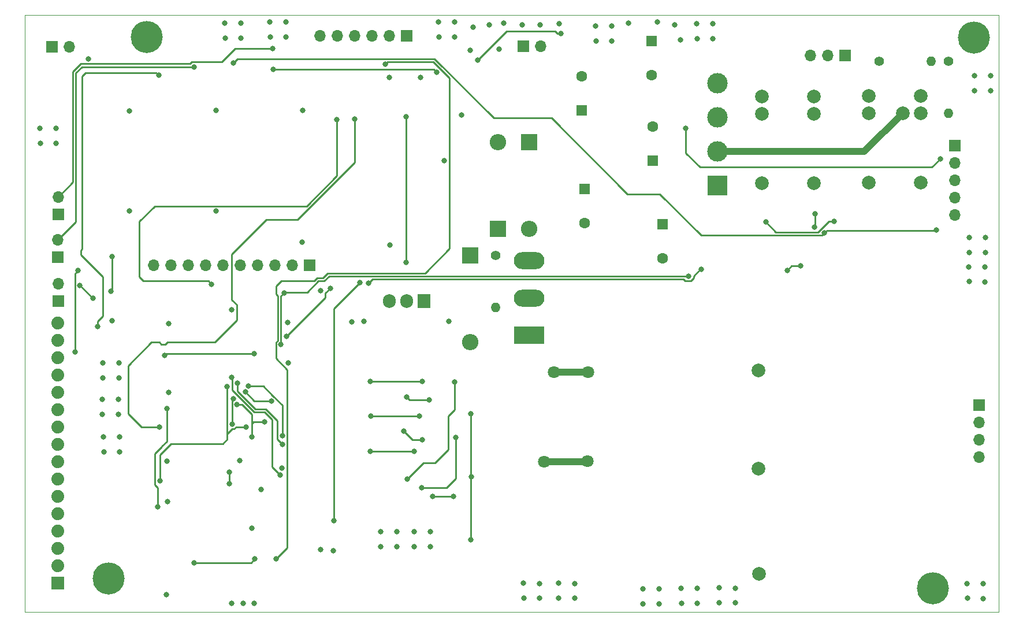
<source format=gbr>
%TF.GenerationSoftware,KiCad,Pcbnew,(6.0.0)*%
%TF.CreationDate,2022-07-07T17:58:35-06:00*%
%TF.ProjectId,Turbopump Controller,54757262-6f70-4756-9d70-20436f6e7472,rev?*%
%TF.SameCoordinates,Original*%
%TF.FileFunction,Copper,L4,Bot*%
%TF.FilePolarity,Positive*%
%FSLAX46Y46*%
G04 Gerber Fmt 4.6, Leading zero omitted, Abs format (unit mm)*
G04 Created by KiCad (PCBNEW (6.0.0)) date 2022-07-07 17:58:35*
%MOMM*%
%LPD*%
G01*
G04 APERTURE LIST*
%TA.AperFunction,Profile*%
%ADD10C,0.100000*%
%TD*%
%TA.AperFunction,ComponentPad*%
%ADD11R,1.700000X1.700000*%
%TD*%
%TA.AperFunction,ComponentPad*%
%ADD12O,1.700000X1.700000*%
%TD*%
%TA.AperFunction,ComponentPad*%
%ADD13C,4.700000*%
%TD*%
%TA.AperFunction,ComponentPad*%
%ADD14C,1.400000*%
%TD*%
%TA.AperFunction,ComponentPad*%
%ADD15O,1.400000X1.400000*%
%TD*%
%TA.AperFunction,ComponentPad*%
%ADD16R,1.905000X2.000000*%
%TD*%
%TA.AperFunction,ComponentPad*%
%ADD17O,1.905000X2.000000*%
%TD*%
%TA.AperFunction,ComponentPad*%
%ADD18R,1.600000X1.600000*%
%TD*%
%TA.AperFunction,ComponentPad*%
%ADD19C,1.600000*%
%TD*%
%TA.AperFunction,ComponentPad*%
%ADD20R,2.400000X2.400000*%
%TD*%
%TA.AperFunction,ComponentPad*%
%ADD21O,2.400000X2.400000*%
%TD*%
%TA.AperFunction,ComponentPad*%
%ADD22R,4.500000X2.500000*%
%TD*%
%TA.AperFunction,ComponentPad*%
%ADD23O,4.500000X2.500000*%
%TD*%
%TA.AperFunction,ComponentPad*%
%ADD24R,1.879600X1.879600*%
%TD*%
%TA.AperFunction,ComponentPad*%
%ADD25C,1.879600*%
%TD*%
%TA.AperFunction,ComponentPad*%
%ADD26C,2.000000*%
%TD*%
%TA.AperFunction,ComponentPad*%
%ADD27R,3.000000X3.000000*%
%TD*%
%TA.AperFunction,ComponentPad*%
%ADD28C,3.000000*%
%TD*%
%TA.AperFunction,ViaPad*%
%ADD29C,0.800000*%
%TD*%
%TA.AperFunction,ViaPad*%
%ADD30C,2.000000*%
%TD*%
%TA.AperFunction,ViaPad*%
%ADD31C,1.800000*%
%TD*%
%TA.AperFunction,Conductor*%
%ADD32C,0.250000*%
%TD*%
%TA.AperFunction,Conductor*%
%ADD33C,1.000000*%
%TD*%
G04 APERTURE END LIST*
D10*
X92870000Y-53320000D02*
X235620000Y-53320000D01*
X235620000Y-53320000D02*
X235620000Y-140720000D01*
X235620000Y-140720000D02*
X92870000Y-140720000D01*
X92870000Y-140720000D02*
X92870000Y-53320000D01*
D11*
%TO.P,SW1,1,A*%
%TO.N,GND*%
X97775000Y-95170000D03*
D12*
%TO.P,SW1,2,B*%
%TO.N,Net-(SW1-Pad2)*%
X97775000Y-92630000D03*
%TD*%
D13*
%TO.P,REF\u002A\u002A,1*%
%TO.N,N/C*%
X232030000Y-56630000D03*
%TD*%
D14*
%TO.P,R1,1*%
%TO.N,Net-(C1-Pad1)*%
X218150000Y-60050000D03*
D15*
%TO.P,R1,2*%
%TO.N,Net-(C5-Pad1)*%
X225770000Y-60050000D03*
%TD*%
D11*
%TO.P,J1,1,Pin_1*%
%TO.N,Net-(J1-Pad1)*%
X213085000Y-59205000D03*
D12*
%TO.P,J1,2,Pin_2*%
%TO.N,Net-(J1-Pad2)*%
X210545000Y-59205000D03*
%TO.P,J1,3,Pin_3*%
%TO.N,Net-(J1-Pad3)*%
X208005000Y-59205000D03*
%TD*%
D13*
%TO.P,REF\u002A\u002A,1*%
%TO.N,N/C*%
X110750000Y-56510000D03*
%TD*%
D11*
%TO.P,J4,1,Pin_1*%
%TO.N,Net-(J4-Pad1)*%
X96890000Y-57979000D03*
D12*
%TO.P,J4,2,Pin_2*%
%TO.N,+5V*%
X99430000Y-57979000D03*
%TD*%
D16*
%TO.P,U6,1,VI*%
%TO.N,Net-(C6-Pad1)*%
X151370000Y-95205000D03*
D17*
%TO.P,U6,2,GND*%
%TO.N,GND*%
X148830000Y-95205000D03*
%TO.P,U6,3,VO*%
%TO.N,+15V*%
X146290000Y-95205000D03*
%TD*%
D18*
%TO.P,C1,1*%
%TO.N,Net-(C1-Pad1)*%
X184930000Y-74662651D03*
D19*
%TO.P,C1,2*%
%TO.N,GND*%
X184930000Y-69662651D03*
%TD*%
D20*
%TO.P,D2,1,K*%
%TO.N,Net-(C1-Pad1)*%
X166800000Y-71960000D03*
D21*
%TO.P,D2,2,A*%
%TO.N,Net-(D2-Pad2)*%
X166800000Y-84660000D03*
%TD*%
D11*
%TO.P,J6,1,Pin_1*%
%TO.N,GND*%
X148880000Y-56340000D03*
D12*
%TO.P,J6,2,Pin_2*%
%TO.N,Net-(C30-Pad1)*%
X146340000Y-56340000D03*
%TO.P,J6,3,Pin_3*%
%TO.N,Net-(J6-Pad3)*%
X143800000Y-56340000D03*
%TO.P,J6,4,Pin_4*%
%TO.N,Net-(J6-Pad4)*%
X141260000Y-56340000D03*
%TO.P,J6,5,Pin_5*%
%TO.N,Net-(J6-Pad5)*%
X138720000Y-56340000D03*
%TO.P,J6,6,Pin_6*%
%TO.N,Net-(J6-Pad6)*%
X136180000Y-56340000D03*
%TD*%
D11*
%TO.P,SW3,1,A*%
%TO.N,GND*%
X97750000Y-88770000D03*
D12*
%TO.P,SW3,2,B*%
%TO.N,Net-(SW3-Pad2)*%
X97750000Y-86230000D03*
%TD*%
D11*
%TO.P,J7,1,Pin_1*%
%TO.N,Net-(J7-Pad1)*%
X134650000Y-89925000D03*
D12*
%TO.P,J7,2,Pin_2*%
%TO.N,Net-(J7-Pad2)*%
X132110000Y-89925000D03*
%TO.P,J7,3,Pin_3*%
%TO.N,Net-(J7-Pad3)*%
X129570000Y-89925000D03*
%TO.P,J7,4,Pin_4*%
%TO.N,Net-(J7-Pad4)*%
X127030000Y-89925000D03*
%TO.P,J7,5,Pin_5*%
%TO.N,Net-(J7-Pad5)*%
X124490000Y-89925000D03*
%TO.P,J7,6,Pin_6*%
%TO.N,Net-(J7-Pad6)*%
X121950000Y-89925000D03*
%TO.P,J7,7,Pin_7*%
%TO.N,Net-(J7-Pad7)*%
X119410000Y-89925000D03*
%TO.P,J7,8,Pin_8*%
%TO.N,Net-(J7-Pad8)*%
X116870000Y-89925000D03*
%TO.P,J7,9,Pin_9*%
%TO.N,Net-(J7-Pad9)*%
X114330000Y-89925000D03*
%TO.P,J7,10,Pin_10*%
%TO.N,Net-(J7-Pad10)*%
X111790000Y-89925000D03*
%TD*%
D22*
%TO.P,Q3,1,D*%
%TO.N,Net-(C1-Pad1)*%
X166795000Y-100210000D03*
D23*
%TO.P,Q3,2,S*%
%TO.N,GND*%
X166795000Y-94760000D03*
%TO.P,Q3,3,G*%
%TO.N,Net-(D6-Pad2)*%
X166795000Y-89310000D03*
%TD*%
D11*
%TO.P,J3,1,Pin_1*%
%TO.N,GND*%
X229205000Y-72430000D03*
D12*
%TO.P,J3,2,Pin_2*%
%TO.N,Net-(D10-Pad3)*%
X229205000Y-74970000D03*
%TO.P,J3,3,Pin_3*%
%TO.N,Net-(J3-Pad3)*%
X229205000Y-77510000D03*
%TO.P,J3,4,Pin_4*%
%TO.N,Net-(C5-Pad1)*%
X229205000Y-80050000D03*
%TO.P,J3,5,Pin_5*%
%TO.N,+5V*%
X229205000Y-82590000D03*
%TD*%
D14*
%TO.P,R4,1*%
%TO.N,Net-(C5-Pad1)*%
X228230000Y-60050000D03*
D15*
%TO.P,R4,2*%
%TO.N,Net-(C5-Pad2)*%
X228230000Y-67670000D03*
%TD*%
D11*
%TO.P,SW2,1,A*%
%TO.N,GND*%
X97765000Y-82480000D03*
D12*
%TO.P,SW2,2,B*%
%TO.N,Net-(SW2-Pad2)*%
X97765000Y-79940000D03*
%TD*%
D11*
%TO.P,J2,1,Pin_1*%
%TO.N,Net-(D10-Pad4)*%
X165950000Y-57885000D03*
D12*
%TO.P,J2,2,Pin_2*%
%TO.N,Net-(D10-Pad3)*%
X168490000Y-57885000D03*
%TD*%
D18*
%TO.P,C4,1*%
%TO.N,Net-(C1-Pad1)*%
X174540000Y-67262651D03*
D19*
%TO.P,C4,2*%
%TO.N,GND*%
X174540000Y-62262651D03*
%TD*%
D24*
%TO.P,U12,1,RST*%
%TO.N,unconnected-(U12-Pad1)*%
X97750000Y-136500000D03*
D25*
%TO.P,U12,2,RX*%
%TO.N,unconnected-(U12-Pad2)*%
X97750000Y-133960000D03*
%TO.P,U12,3,GND*%
%TO.N,unconnected-(U12-Pad3)*%
X97750000Y-131420000D03*
%TO.P,U12,4,3.3V*%
%TO.N,unconnected-(U12-Pad4)*%
X97750000Y-128880000D03*
%TO.P,U12,5,GND*%
%TO.N,GND*%
X97750000Y-126340000D03*
%TO.P,U12,6,RAW*%
%TO.N,Net-(U12-Pad6)*%
X97750000Y-123800000D03*
%TO.P,U12,7,DA*%
%TO.N,unconnected-(U12-Pad7)*%
X97750000Y-121260000D03*
%TO.P,U12,8,CL*%
%TO.N,unconnected-(U12-Pad8)*%
X97750000Y-118720000D03*
%TO.P,U12,9,TX0*%
%TO.N,unconnected-(U12-Pad9)*%
X97750000Y-116180000D03*
%TO.P,U12,10,RXI*%
%TO.N,unconnected-(U12-Pad10)*%
X97750000Y-113640000D03*
%TO.P,U12,11,\u005CCS*%
%TO.N,Net-(U12-Pad11)*%
X97750000Y-111100000D03*
%TO.P,U12,12,SDI*%
%TO.N,Net-(U12-Pad12)*%
X97750000Y-108560000D03*
%TO.P,U12,13,SDO*%
%TO.N,Net-(U12-Pad13)*%
X97750000Y-106020000D03*
%TO.P,U12,14,SCK*%
%TO.N,Net-(U12-Pad14)*%
X97750000Y-103482540D03*
%TO.P,U12,15,R*%
%TO.N,unconnected-(U12-Pad15)*%
X97750000Y-100942540D03*
%TO.P,U12,16,TX*%
%TO.N,unconnected-(U12-Pad16)*%
X97750000Y-98402540D03*
%TD*%
D13*
%TO.P,REF\u002A\u002A,1*%
%TO.N,N/C*%
X105150000Y-135830000D03*
%TD*%
D26*
%TO.P,K1,11*%
%TO.N,Net-(J1-Pad1)*%
X216580000Y-67730000D03*
%TO.P,K1,12*%
%TO.N,Net-(D1-Pad2)*%
X224200000Y-67730000D03*
%TO.P,K1,13*%
%TO.N,N/C*%
X216580000Y-65190000D03*
%TO.P,K1,14*%
%TO.N,unconnected-(K1-Pad14)*%
X224200000Y-65190000D03*
%TO.P,K1,A1*%
%TO.N,Net-(D3-Pad1)*%
X216580000Y-77890000D03*
%TO.P,K1,A2*%
%TO.N,Net-(D3-Pad2)*%
X224200000Y-77890000D03*
%TD*%
D14*
%TO.P,R7,1*%
%TO.N,Net-(D6-Pad2)*%
X161910000Y-88540000D03*
D15*
%TO.P,R7,2*%
%TO.N,GND*%
X161910000Y-96160000D03*
%TD*%
D18*
%TO.P,C2,1*%
%TO.N,Net-(C1-Pad1)*%
X186390000Y-83917349D03*
D19*
%TO.P,C2,2*%
%TO.N,GND*%
X186390000Y-88917349D03*
%TD*%
D20*
%TO.P,D7,1,K*%
%TO.N,Net-(D6-Pad2)*%
X158170000Y-88520000D03*
D21*
%TO.P,D7,2,A*%
%TO.N,GND*%
X158170000Y-101220000D03*
%TD*%
D18*
%TO.P,C6,1*%
%TO.N,Net-(C6-Pad1)*%
X184740000Y-57137349D03*
D19*
%TO.P,C6,2*%
%TO.N,GND*%
X184740000Y-62137349D03*
%TD*%
D13*
%TO.P,REF\u002A\u002A,1*%
%TO.N,N/C*%
X225970000Y-137290000D03*
%TD*%
D18*
%TO.P,C3,1*%
%TO.N,Net-(C1-Pad1)*%
X174890000Y-78817349D03*
D19*
%TO.P,C3,2*%
%TO.N,GND*%
X174890000Y-83817349D03*
%TD*%
D20*
%TO.P,D5,1,K*%
%TO.N,Net-(D2-Pad2)*%
X162240000Y-84640000D03*
D21*
%TO.P,D5,2,A*%
%TO.N,Net-(D5-Pad2)*%
X162240000Y-71940000D03*
%TD*%
D11*
%TO.P,J5,1,Pin_1*%
%TO.N,Net-(J5-Pad1)*%
X232755000Y-110410000D03*
D12*
%TO.P,J5,2,Pin_2*%
%TO.N,Net-(J5-Pad2)*%
X232755000Y-112950000D03*
%TO.P,J5,3,Pin_3*%
%TO.N,Net-(J5-Pad3)*%
X232755000Y-115490000D03*
%TO.P,J5,4,Pin_4*%
%TO.N,GND*%
X232755000Y-118030000D03*
%TD*%
D26*
%TO.P,K2,11*%
%TO.N,Net-(D1-Pad3)*%
X200930000Y-67780000D03*
%TO.P,K2,12*%
%TO.N,Net-(J1-Pad2)*%
X208550000Y-67780000D03*
%TO.P,K2,13*%
%TO.N,N/C*%
X200930000Y-65240000D03*
%TO.P,K2,14*%
%TO.N,Net-(J1-Pad3)*%
X208550000Y-65240000D03*
%TO.P,K2,A1*%
%TO.N,Net-(D3-Pad1)*%
X200930000Y-77940000D03*
%TO.P,K2,A2*%
%TO.N,Net-(D4-Pad2)*%
X208550000Y-77940000D03*
%TD*%
D27*
%TO.P,D1,1,+*%
%TO.N,Net-(C1-Pad1)*%
X194387500Y-78307500D03*
D28*
%TO.P,D1,2*%
%TO.N,Net-(D1-Pad2)*%
X194387500Y-73307500D03*
%TO.P,D1,3*%
%TO.N,Net-(D1-Pad3)*%
X194387500Y-68307500D03*
%TO.P,D1,4,-*%
%TO.N,GND*%
X194387500Y-63307500D03*
%TD*%
D29*
%TO.N,GND*%
X191390000Y-54590000D03*
X191420000Y-56770000D03*
X146300000Y-62440000D03*
X233660000Y-85910000D03*
X233660000Y-88100000D03*
X231010000Y-136570000D03*
X138140000Y-131760000D03*
X113940000Y-98470000D03*
X189100000Y-137300000D03*
X131500000Y-104300000D03*
X171150000Y-138740000D03*
X124880000Y-139480000D03*
X171190000Y-54590000D03*
X194670000Y-137240000D03*
X146360000Y-87010000D03*
X155920000Y-56530000D03*
X168390000Y-54740000D03*
X108180000Y-81970000D03*
X189130000Y-139480000D03*
X163060000Y-54470000D03*
X113840000Y-124570000D03*
X131450000Y-98310000D03*
X113700000Y-118670000D03*
X234420000Y-62190000D03*
X231260000Y-90170000D03*
X185830000Y-137370000D03*
X130550000Y-119660000D03*
D30*
X200420000Y-119760000D03*
D29*
X147380000Y-131180000D03*
X140790000Y-98280000D03*
X153580000Y-56510000D03*
X153550000Y-54330000D03*
X123220000Y-96490000D03*
X104330000Y-104290000D03*
X185830000Y-139560000D03*
X233630000Y-90180000D03*
X104270000Y-111810000D03*
X178950000Y-54910000D03*
X193760000Y-54600000D03*
X106610000Y-109640000D03*
X97480000Y-72110000D03*
X136220000Y-93650000D03*
X124590000Y-54520000D03*
X234420000Y-64380000D03*
X122220000Y-54510000D03*
X128800000Y-54330000D03*
X97480000Y-69920000D03*
X233630000Y-92370000D03*
D30*
X200520000Y-135150000D03*
D29*
X95140000Y-72090000D03*
X183460000Y-137360000D03*
X149940000Y-129010000D03*
X124410000Y-118540000D03*
X171120000Y-136560000D03*
X123230000Y-139500000D03*
X231040000Y-138750000D03*
X156870000Y-67980000D03*
X181360000Y-54510000D03*
X120880000Y-82030000D03*
X197040000Y-137250000D03*
X194700000Y-139420000D03*
X106610000Y-111830000D03*
X183490000Y-139540000D03*
X231290000Y-92350000D03*
X120880000Y-67300000D03*
X106700000Y-104300000D03*
X131170000Y-54340000D03*
X165810000Y-54700000D03*
X193760000Y-56790000D03*
X176610000Y-57080000D03*
X160990000Y-54710000D03*
X102160000Y-59690000D03*
X113640000Y-138250000D03*
X185560000Y-54340000D03*
X133540000Y-86556940D03*
X133580000Y-67290000D03*
X232080000Y-64360000D03*
X165980000Y-136560000D03*
X176580000Y-54900000D03*
X189010000Y-56940000D03*
X124590000Y-56710000D03*
X150910000Y-62400000D03*
X168350000Y-136570000D03*
X104430000Y-115110000D03*
X126520000Y-139500000D03*
X95110000Y-69910000D03*
X145040000Y-131160000D03*
X113974500Y-108560000D03*
X105650000Y-98060000D03*
X155920000Y-54340000D03*
X147380000Y-128990000D03*
X158580000Y-55050000D03*
X162420000Y-58290000D03*
X145010000Y-128980000D03*
X152310000Y-129020000D03*
X191470000Y-137310000D03*
X106800000Y-115120000D03*
X158170000Y-58500000D03*
D30*
X200450000Y-105340000D03*
D29*
X142630000Y-98160000D03*
X233380000Y-138770000D03*
X104460000Y-117290000D03*
X122250000Y-56690000D03*
X104240000Y-109630000D03*
X131170000Y-56530000D03*
X127520000Y-122810000D03*
X106700000Y-106490000D03*
X154315500Y-74610000D03*
X108180000Y-67340000D03*
X232050000Y-62180000D03*
X231320000Y-88080000D03*
X233380000Y-136580000D03*
X168350000Y-138760000D03*
X106800000Y-117310000D03*
X152310000Y-131210000D03*
X188110000Y-54760000D03*
X173490000Y-138760000D03*
X136280000Y-131620000D03*
X178950000Y-57100000D03*
X155060000Y-98200000D03*
X197040000Y-139440000D03*
X231290000Y-85900000D03*
X126170000Y-128440000D03*
X173490000Y-136570000D03*
X104360000Y-106470000D03*
X149970000Y-131190000D03*
X191470000Y-139500000D03*
X128830000Y-56510000D03*
X166010000Y-138740000D03*
%TO.N,Net-(C6-Pad1)*%
X159280000Y-59870000D03*
X171440000Y-55980000D03*
%TO.N,+5V*%
X126520000Y-102940000D03*
X113710000Y-110990000D03*
X130880000Y-93980000D03*
X113390000Y-103190000D03*
X112360000Y-125360000D03*
X204640000Y-90680000D03*
X190180000Y-91560000D03*
X206610000Y-90060000D03*
X130420000Y-101570000D03*
%TO.N,+15V*%
X143260000Y-92580000D03*
X137650000Y-93320000D03*
X131280000Y-100380000D03*
X192040000Y-90530000D03*
D31*
%TO.N,Net-(C15-Pad2)*%
X170440000Y-105610000D03*
X175420000Y-105590000D03*
D29*
X152130000Y-109660000D03*
X148860000Y-109230000D03*
D31*
%TO.N,Net-(C18-Pad2)*%
X175390000Y-118650000D03*
D29*
X151150000Y-115490000D03*
X148460000Y-114220000D03*
D31*
X169020000Y-118750000D03*
D29*
%TO.N,Net-(C30-Pad1)*%
X148810000Y-68190000D03*
X138150000Y-127380000D03*
X148810000Y-89500000D03*
X142000000Y-92490000D03*
%TO.N,Net-(D10-Pad3)*%
X153252701Y-61697299D03*
X129290000Y-61220000D03*
X189770000Y-69910000D03*
X227070000Y-74340000D03*
%TO.N,Net-(J3-Pad3)*%
X123450000Y-60300000D03*
X210040000Y-85250000D03*
X226462300Y-84782300D03*
%TO.N,Net-(J6-Pad3)*%
X129760000Y-132940000D03*
X145760000Y-60480000D03*
%TO.N,Net-(J6-Pad4)*%
X141200000Y-68500000D03*
X112610000Y-113660000D03*
%TO.N,Net-(J6-Pad5)*%
X138640000Y-68650000D03*
X120220000Y-92710000D03*
D30*
%TO.N,Net-(D1-Pad2)*%
X221540000Y-67650000D03*
D29*
%TO.N,Net-(Q2-Pad1)*%
X208680000Y-82440000D03*
X208670000Y-84400000D03*
%TO.N,Net-(R8-Pad1)*%
X130644511Y-114930000D03*
X125695819Y-107677872D03*
%TO.N,Net-(U12-Pad13)*%
X100720000Y-90710000D03*
X100240000Y-102650000D03*
%TO.N,Net-(U12-Pad11)*%
X105478531Y-93726000D03*
X105650000Y-88710000D03*
%TO.N,Net-(SW1-Pad2)*%
X102855500Y-94800000D03*
X100964500Y-92910000D03*
%TO.N,Net-(SW2-Pad2)*%
X129230000Y-58230000D03*
%TO.N,Net-(SW3-Pad2)*%
X117690000Y-60875511D03*
%TO.N,Net-(U12-Pad6)*%
X112490000Y-62140000D03*
X103590000Y-98900000D03*
%TO.N,Net-(U11-Pad2)*%
X123270000Y-113200000D03*
X123432775Y-109547070D03*
%TO.N,Net-(U11-Pad5)*%
X122840000Y-120270000D03*
X122840000Y-121924500D03*
%TO.N,Net-(U11-Pad6)*%
X126170000Y-115110000D03*
X123984500Y-110380500D03*
X128000000Y-112940500D03*
%TO.N,Net-(U11-Pad4)*%
X129020000Y-109870000D03*
X125189842Y-108539842D03*
%TO.N,Net-(U11-Pad7)*%
X112700000Y-121570000D03*
X125330000Y-113650000D03*
X122520000Y-107750000D03*
%TO.N,Net-(R11-Pad2)*%
X117710000Y-133540000D03*
X126590000Y-133000000D03*
%TO.N,Net-(RV1-Pad2)*%
X124050000Y-107240000D03*
X130644500Y-116180000D03*
%TO.N,Net-(Q7-Pad3)*%
X158280000Y-130190000D03*
X130290000Y-120670000D03*
X158310000Y-120920000D03*
X158290000Y-111740000D03*
X123240000Y-106370000D03*
%TO.N,Net-(R13-Pad2)*%
X143530000Y-117180000D03*
X149970000Y-117180000D03*
%TO.N,Net-(R10-Pad2)*%
X143580000Y-112030000D03*
X150680000Y-112030000D03*
%TO.N,Net-(R9-Pad2)*%
X143520000Y-106950000D03*
X151124020Y-106950000D03*
%TO.N,Net-(Q7-Pad1)*%
X148920000Y-121310000D03*
X155900000Y-107070000D03*
%TO.N,Net-(Q8-Pad1)*%
X156060000Y-115150000D03*
X151060000Y-122570000D03*
%TO.N,Net-(Q9-Pad1)*%
X152630000Y-123800000D03*
X155720000Y-123800000D03*
%TO.N,Net-(D3-Pad1)*%
X201500000Y-83630000D03*
X211520000Y-83500000D03*
%TD*%
D32*
%TO.N,Net-(D10-Pad3)*%
X189770000Y-73520000D02*
X191840000Y-75590000D01*
X189770000Y-69910000D02*
X189770000Y-73520000D01*
X191840000Y-75590000D02*
X225820000Y-75590000D01*
X225820000Y-75590000D02*
X227070000Y-74340000D01*
D33*
%TO.N,Net-(D1-Pad2)*%
X215882500Y-73307500D02*
X194387500Y-73307500D01*
X221540000Y-67650000D02*
X215882500Y-73307500D01*
D32*
%TO.N,Net-(C6-Pad1)*%
X170930000Y-55980000D02*
X170630000Y-55680000D01*
X171440000Y-55980000D02*
X170930000Y-55980000D01*
X163470000Y-55680000D02*
X159280000Y-59870000D01*
X170630000Y-55680000D02*
X163470000Y-55680000D01*
%TO.N,+5V*%
X113650000Y-102930000D02*
X114060000Y-102930000D01*
X112360000Y-125360000D02*
X112360000Y-122550000D01*
X137480000Y-91560000D02*
X190180000Y-91560000D01*
X130880000Y-93980000D02*
X130420000Y-94440000D01*
X113390000Y-103190000D02*
X113650000Y-102930000D01*
X130420000Y-94440000D02*
X130420000Y-101570000D01*
X135938793Y-92265489D02*
X136774511Y-92265489D01*
X134274282Y-93930000D02*
X135938793Y-92265489D01*
X114060000Y-102930000D02*
X114070000Y-102940000D01*
X130930000Y-93930000D02*
X134274282Y-93930000D01*
X205260000Y-90060000D02*
X206610000Y-90060000D01*
X136774511Y-92265489D02*
X137480000Y-91560000D01*
X111900000Y-122090000D02*
X111900000Y-117560000D01*
X113710000Y-110990000D02*
X113710000Y-115760000D01*
X130880000Y-93980000D02*
X130930000Y-93930000D01*
X204640000Y-90680000D02*
X205260000Y-90060000D01*
X111900000Y-117560000D02*
X112930000Y-116530000D01*
X113710000Y-115760000D02*
X112980000Y-116490000D01*
X114070000Y-102940000D02*
X126520000Y-102940000D01*
X112360000Y-122550000D02*
X111900000Y-122090000D01*
%TO.N,+15V*%
X136944511Y-94715489D02*
X131280000Y-100380000D01*
X136944511Y-94025489D02*
X136944511Y-94715489D01*
X137650000Y-93320000D02*
X136944511Y-94025489D01*
X192040000Y-90530000D02*
X191900000Y-90530000D01*
X191900000Y-90530000D02*
X190904511Y-91525489D01*
X189704991Y-92284511D02*
X189430000Y-92009520D01*
X190904511Y-91860103D02*
X190480103Y-92284511D01*
X143830480Y-92009520D02*
X143260000Y-92580000D01*
X190480103Y-92284511D02*
X189704991Y-92284511D01*
X189430000Y-92009520D02*
X143830480Y-92009520D01*
X190904511Y-91525489D02*
X190904511Y-91860103D01*
%TO.N,Net-(C15-Pad2)*%
X149290000Y-109660000D02*
X152130000Y-109660000D01*
D33*
X175420000Y-105590000D02*
X175400000Y-105610000D01*
D32*
X148860000Y-109230000D02*
X149290000Y-109660000D01*
D33*
X175400000Y-105610000D02*
X170440000Y-105610000D01*
%TO.N,Net-(C18-Pad2)*%
X175390000Y-118650000D02*
X175290000Y-118750000D01*
D32*
X149730000Y-115490000D02*
X151150000Y-115490000D01*
D33*
X175290000Y-118750000D02*
X169020000Y-118750000D01*
D32*
X148460000Y-114220000D02*
X149730000Y-115490000D01*
%TO.N,Net-(C30-Pad1)*%
X148810000Y-89500000D02*
X148810000Y-68190000D01*
X138150000Y-127380000D02*
X138150000Y-96340000D01*
X138150000Y-96340000D02*
X142000000Y-92490000D01*
%TO.N,Net-(D10-Pad3)*%
X153252701Y-61697299D02*
X152815402Y-61260000D01*
X152815402Y-61260000D02*
X129330000Y-61260000D01*
X129330000Y-61260000D02*
X129290000Y-61220000D01*
%TO.N,Net-(J3-Pad3)*%
X226409600Y-84835000D02*
X210455000Y-84835000D01*
X170087162Y-68387162D02*
X181220000Y-79520000D01*
X185960000Y-79520000D02*
X192014031Y-85574031D01*
X210455000Y-84835000D02*
X210040000Y-85250000D01*
X152925717Y-59710000D02*
X161602879Y-68387162D01*
X161602879Y-68387162D02*
X170087162Y-68387162D01*
X124040000Y-59710000D02*
X152925717Y-59710000D01*
X226462300Y-84782300D02*
X226409600Y-84835000D01*
X209715969Y-85574031D02*
X210040000Y-85250000D01*
X123450000Y-60300000D02*
X124040000Y-59710000D01*
X192014031Y-85574031D02*
X209715969Y-85574031D01*
X181220000Y-79520000D02*
X185960000Y-79520000D01*
%TO.N,Net-(J6-Pad3)*%
X155130000Y-87510000D02*
X155130000Y-62550000D01*
X129970480Y-94485094D02*
X129695489Y-94210103D01*
X129695489Y-101269897D02*
X129970480Y-100994906D01*
X131369011Y-131330989D02*
X131369011Y-105289011D01*
X129970480Y-100994906D02*
X129970480Y-94485094D01*
X129695489Y-94210103D02*
X129695489Y-92964511D01*
X135752596Y-91815969D02*
X136588314Y-91815969D01*
X131369011Y-105289011D02*
X129695489Y-103615489D01*
X137293803Y-91110480D02*
X151529520Y-91110480D01*
X155130000Y-62550000D02*
X152739520Y-60159520D01*
X129760000Y-132940000D02*
X131369011Y-131330989D01*
X129695489Y-103615489D02*
X129695489Y-101269897D01*
X152739520Y-60159520D02*
X146080480Y-60159520D01*
X136588314Y-91815969D02*
X137293803Y-91110480D01*
X129695489Y-92964511D02*
X130440000Y-92220000D01*
X146080480Y-60159520D02*
X145760000Y-60480000D01*
X130440000Y-92220000D02*
X135348564Y-92220000D01*
X151529520Y-91110480D02*
X155130000Y-87510000D01*
X135348564Y-92220000D02*
X135752596Y-91815969D01*
%TO.N,Net-(J6-Pad4)*%
X123210000Y-95020000D02*
X123210000Y-88330000D01*
X132835718Y-83260000D02*
X141200000Y-74895718D01*
X123944511Y-97985489D02*
X123944511Y-95754511D01*
X112584906Y-101249520D02*
X112859897Y-101524511D01*
X108010000Y-104670000D02*
X111430480Y-101249520D01*
X112610000Y-113660000D02*
X109970000Y-113660000D01*
X123944511Y-95754511D02*
X123210000Y-95020000D01*
X112859897Y-101524511D02*
X113460103Y-101524511D01*
X113764614Y-101220000D02*
X120710000Y-101220000D01*
X123210000Y-88330000D02*
X128280000Y-83260000D01*
X120710000Y-101220000D02*
X123944511Y-97985489D01*
X108010000Y-111700000D02*
X108010000Y-104670000D01*
X111430480Y-101249520D02*
X112584906Y-101249520D01*
X109970000Y-113660000D02*
X108010000Y-111700000D01*
X128280000Y-83260000D02*
X132835718Y-83260000D01*
X141200000Y-74895718D02*
X141200000Y-68500000D01*
X113460103Y-101524511D02*
X113764614Y-101220000D01*
%TO.N,Net-(J6-Pad5)*%
X134180000Y-81280000D02*
X138640000Y-76820000D01*
X109650000Y-83540000D02*
X111910000Y-81280000D01*
X111910000Y-81280000D02*
X134180000Y-81280000D01*
X138640000Y-76820000D02*
X138640000Y-68650000D01*
X109650000Y-91640000D02*
X109650000Y-83540000D01*
X110280000Y-92270000D02*
X109650000Y-91640000D01*
X120220000Y-92710000D02*
X119780000Y-92270000D01*
X119780000Y-92270000D02*
X110280000Y-92270000D01*
%TO.N,Net-(Q2-Pad1)*%
X208680000Y-82440000D02*
X208680000Y-84390000D01*
X208680000Y-84390000D02*
X208670000Y-84400000D01*
%TO.N,Net-(R8-Pad1)*%
X129240000Y-109070000D02*
X127850000Y-107680000D01*
X130644511Y-110469897D02*
X130632307Y-110457693D01*
X130644511Y-114930000D02*
X130644511Y-110469897D01*
X129244614Y-109070000D02*
X129240000Y-109070000D01*
X125695819Y-107677872D02*
X127817872Y-107677872D01*
X127850000Y-107680000D02*
X127820000Y-107680000D01*
X130632307Y-110457693D02*
X129244614Y-109070000D01*
X127817872Y-107677872D02*
X127820000Y-107680000D01*
%TO.N,Net-(U12-Pad13)*%
X100240000Y-91190000D02*
X100240000Y-102650000D01*
X100720000Y-90710000D02*
X100240000Y-91190000D01*
%TO.N,Net-(U12-Pad11)*%
X105478531Y-93726000D02*
X105650000Y-93554531D01*
X105650000Y-93554531D02*
X105650000Y-88710000D01*
%TO.N,Net-(SW1-Pad2)*%
X102854500Y-94800000D02*
X100964500Y-92910000D01*
X102855500Y-94800000D02*
X102854500Y-94800000D01*
%TO.N,Net-(SW2-Pad2)*%
X101072585Y-60425980D02*
X99921440Y-61577125D01*
X117114917Y-60425980D02*
X101072585Y-60425980D01*
X117999103Y-60160000D02*
X117990103Y-60151000D01*
X121784282Y-60160000D02*
X117999103Y-60160000D01*
X99921440Y-77783560D02*
X97765000Y-79940000D01*
X117389897Y-60151000D02*
X117114917Y-60425980D01*
X123714282Y-58230000D02*
X121784282Y-60160000D01*
X117990103Y-60151000D02*
X117389897Y-60151000D01*
X99921440Y-61577125D02*
X99921440Y-77783560D01*
X129230000Y-58230000D02*
X123714282Y-58230000D01*
%TO.N,Net-(SW3-Pad2)*%
X100370960Y-83609040D02*
X97750000Y-86230000D01*
X117689989Y-60875500D02*
X101258782Y-60875500D01*
X101258782Y-60875500D02*
X100370960Y-61763322D01*
X117690000Y-60875511D02*
X117689989Y-60875500D01*
X100370960Y-61763322D02*
X100370960Y-83609040D01*
%TO.N,Net-(U12-Pad6)*%
X104304511Y-97415489D02*
X103590000Y-98130000D01*
X112490000Y-62140000D02*
X112124540Y-61774540D01*
X104304511Y-91648793D02*
X104304511Y-97415489D01*
X101105489Y-87759897D02*
X101105489Y-88449771D01*
X101105489Y-88449771D02*
X104304511Y-91648793D01*
X112124540Y-61774540D02*
X101805460Y-61774540D01*
X101270000Y-62310000D02*
X101270000Y-87595386D01*
X101270000Y-87595386D02*
X101105489Y-87759897D01*
X101805460Y-61774540D02*
X101270000Y-62310000D01*
X103590000Y-98130000D02*
X103590000Y-98900000D01*
%TO.N,Net-(U11-Pad2)*%
X123259989Y-109719856D02*
X123259989Y-113189989D01*
X123259989Y-113189989D02*
X123270000Y-113200000D01*
X123432775Y-109547070D02*
X123259989Y-109719856D01*
%TO.N,Net-(U11-Pad5)*%
X122840000Y-120270000D02*
X122840000Y-121924500D01*
%TO.N,Net-(U11-Pad6)*%
X128000000Y-112940500D02*
X126439500Y-112940500D01*
X126170000Y-111816050D02*
X126170000Y-113210000D01*
X126170000Y-115110000D02*
X126170000Y-113210000D01*
X124734450Y-110380500D02*
X126170000Y-111816050D01*
X126439500Y-112940500D02*
X126170000Y-113210000D01*
X123984500Y-110380500D02*
X124734450Y-110380500D01*
%TO.N,Net-(U11-Pad4)*%
X125189842Y-108539842D02*
X126520000Y-109870000D01*
X126520000Y-109870000D02*
X129020000Y-109870000D01*
%TO.N,Net-(U11-Pad7)*%
X114300000Y-116100000D02*
X121898000Y-116100000D01*
X123570103Y-113924511D02*
X123844614Y-113650000D01*
X122520000Y-107750000D02*
X122520000Y-113474614D01*
X122520000Y-114660000D02*
X123255489Y-113924511D01*
X123844614Y-113650000D02*
X125330000Y-113650000D01*
X112700000Y-117700000D02*
X114300000Y-116100000D01*
X121898000Y-116100000D02*
X122520000Y-115478000D01*
X122520000Y-115478000D02*
X122520000Y-113474614D01*
X123255489Y-113924511D02*
X123570103Y-113924511D01*
X112700000Y-121570000D02*
X112700000Y-117700000D01*
%TO.N,Net-(R11-Pad2)*%
X117710000Y-133540000D02*
X126050000Y-133540000D01*
X126050000Y-133540000D02*
X126590000Y-133000000D01*
%TO.N,Net-(RV1-Pad2)*%
X126870332Y-111020332D02*
X128186050Y-111020332D01*
X128186050Y-111020332D02*
X129869520Y-112703803D01*
X126870000Y-111020000D02*
X126870332Y-111020332D01*
X129869520Y-115405020D02*
X130644500Y-116180000D01*
X129869520Y-112703803D02*
X129869520Y-115405020D01*
X124050000Y-108424614D02*
X126645718Y-111020332D01*
X126645718Y-111020332D02*
X126860332Y-111020332D01*
X124050000Y-107240000D02*
X124050000Y-108424614D01*
%TO.N,Net-(Q7-Pad3)*%
X126459520Y-111469852D02*
X127999852Y-111469852D01*
X127999852Y-111469852D02*
X129120000Y-112590000D01*
X123244511Y-106374511D02*
X123244511Y-108254843D01*
X158290000Y-111740000D02*
X158290000Y-130180000D01*
X130280000Y-120670000D02*
X130290000Y-120670000D01*
X123244511Y-108254843D02*
X126459520Y-111469852D01*
X158290000Y-130180000D02*
X158280000Y-130190000D01*
X129120000Y-119510000D02*
X130280000Y-120670000D01*
X123240000Y-106370000D02*
X123244511Y-106374511D01*
X129120000Y-112590000D02*
X129120000Y-119510000D01*
%TO.N,Net-(R13-Pad2)*%
X149630000Y-117180000D02*
X149820000Y-117180000D01*
X143530000Y-117180000D02*
X149630000Y-117180000D01*
X149820000Y-117180000D02*
X149970000Y-117180000D01*
%TO.N,Net-(R10-Pad2)*%
X143580000Y-112030000D02*
X150680000Y-112030000D01*
%TO.N,Net-(R9-Pad2)*%
X143520000Y-106950000D02*
X151124020Y-106950000D01*
%TO.N,Net-(Q7-Pad1)*%
X155900000Y-107070000D02*
X155900000Y-111100000D01*
X154970000Y-116990000D02*
X153030000Y-118930000D01*
X153030000Y-118930000D02*
X151300000Y-118930000D01*
X151300000Y-118930000D02*
X148920000Y-121310000D01*
X155900000Y-111100000D02*
X154970000Y-112030000D01*
X154970000Y-112030000D02*
X154970000Y-116990000D01*
%TO.N,Net-(Q8-Pad1)*%
X154710000Y-122570000D02*
X156060000Y-121220000D01*
X151060000Y-122570000D02*
X154710000Y-122570000D01*
X156060000Y-121220000D02*
X156060000Y-115150000D01*
%TO.N,Net-(Q9-Pad1)*%
X152630000Y-123800000D02*
X155720000Y-123800000D01*
%TO.N,Net-(D3-Pad1)*%
X211520000Y-83500000D02*
X210765386Y-83500000D01*
X201500000Y-83630000D02*
X202994511Y-85124511D01*
X208785489Y-85124511D02*
X208790000Y-85120000D01*
X209140875Y-85124511D02*
X208790000Y-85124511D01*
X210765386Y-83500000D02*
X209140875Y-85124511D01*
X202994511Y-85124511D02*
X208785489Y-85124511D01*
%TD*%
M02*

</source>
